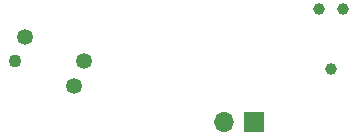
<source format=gbr>
%TF.GenerationSoftware,KiCad,Pcbnew,9.0.0*%
%TF.CreationDate,2025-04-02T00:09:28-04:00*%
%TF.ProjectId,IngestibleCapsule-Board_whole,496e6765-7374-4696-926c-654361707375,rev?*%
%TF.SameCoordinates,Original*%
%TF.FileFunction,Soldermask,Bot*%
%TF.FilePolarity,Negative*%
%FSLAX46Y46*%
G04 Gerber Fmt 4.6, Leading zero omitted, Abs format (unit mm)*
G04 Created by KiCad (PCBNEW 9.0.0) date 2025-04-02 00:09:28*
%MOMM*%
%LPD*%
G01*
G04 APERTURE LIST*
%ADD10R,1.700000X1.700000*%
%ADD11O,1.700000X1.700000*%
%ADD12C,1.350000*%
%ADD13C,1.100000*%
%ADD14C,0.990600*%
G04 APERTURE END LIST*
D10*
%TO.C,J2*%
X72825000Y-99550000D03*
D11*
X70285000Y-99550000D03*
%TD*%
D12*
%TO.C,U2*%
X58392500Y-94450000D03*
X53407500Y-92385000D03*
D13*
X52552500Y-94450000D03*
D12*
X57537500Y-96515000D03*
%TD*%
D14*
%TO.C,J1*%
X79287500Y-95050000D03*
X78271500Y-89970000D03*
X80303500Y-89970000D03*
%TD*%
M02*

</source>
